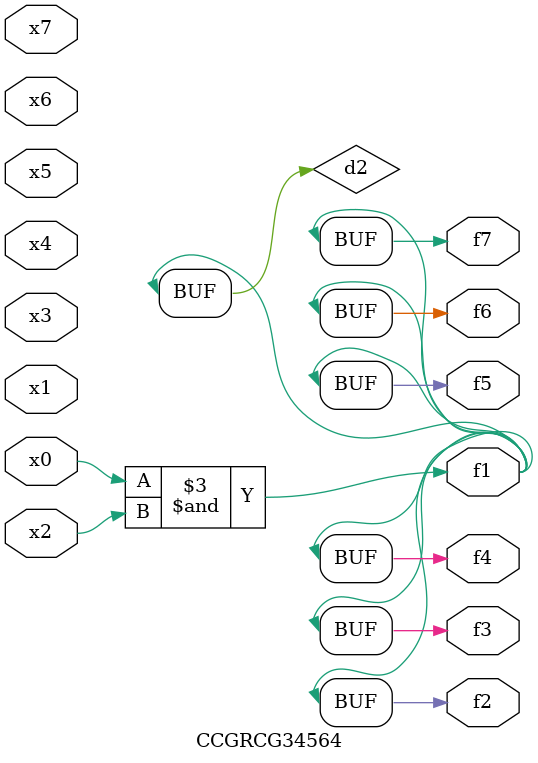
<source format=v>
module CCGRCG34564(
	input x0, x1, x2, x3, x4, x5, x6, x7,
	output f1, f2, f3, f4, f5, f6, f7
);

	wire d1, d2;

	nor (d1, x3, x6);
	and (d2, x0, x2);
	assign f1 = d2;
	assign f2 = d2;
	assign f3 = d2;
	assign f4 = d2;
	assign f5 = d2;
	assign f6 = d2;
	assign f7 = d2;
endmodule

</source>
